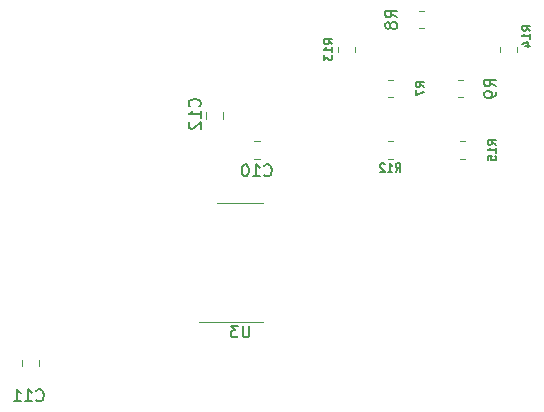
<source format=gbr>
%TF.GenerationSoftware,KiCad,Pcbnew,(6.0.4)*%
%TF.CreationDate,2022-03-31T21:50:03-03:00*%
%TF.ProjectId,vgm-teensy,76676d2d-7465-4656-9e73-792e6b696361,rev?*%
%TF.SameCoordinates,Original*%
%TF.FileFunction,Legend,Bot*%
%TF.FilePolarity,Positive*%
%FSLAX46Y46*%
G04 Gerber Fmt 4.6, Leading zero omitted, Abs format (unit mm)*
G04 Created by KiCad (PCBNEW (6.0.4)) date 2022-03-31 21:50:03*
%MOMM*%
%LPD*%
G01*
G04 APERTURE LIST*
%ADD10C,0.150000*%
%ADD11C,0.120000*%
G04 APERTURE END LIST*
D10*
%TO.C,C11*%
X115831857Y-128627142D02*
X115879476Y-128674761D01*
X116022333Y-128722380D01*
X116117571Y-128722380D01*
X116260428Y-128674761D01*
X116355666Y-128579523D01*
X116403285Y-128484285D01*
X116450904Y-128293809D01*
X116450904Y-128150952D01*
X116403285Y-127960476D01*
X116355666Y-127865238D01*
X116260428Y-127770000D01*
X116117571Y-127722380D01*
X116022333Y-127722380D01*
X115879476Y-127770000D01*
X115831857Y-127817619D01*
X114879476Y-128722380D02*
X115450904Y-128722380D01*
X115165190Y-128722380D02*
X115165190Y-127722380D01*
X115260428Y-127865238D01*
X115355666Y-127960476D01*
X115450904Y-128008095D01*
X113927095Y-128722380D02*
X114498523Y-128722380D01*
X114212809Y-128722380D02*
X114212809Y-127722380D01*
X114308047Y-127865238D01*
X114403285Y-127960476D01*
X114498523Y-128008095D01*
%TO.C,C10*%
X135135857Y-109577142D02*
X135183476Y-109624761D01*
X135326333Y-109672380D01*
X135421571Y-109672380D01*
X135564428Y-109624761D01*
X135659666Y-109529523D01*
X135707285Y-109434285D01*
X135754904Y-109243809D01*
X135754904Y-109100952D01*
X135707285Y-108910476D01*
X135659666Y-108815238D01*
X135564428Y-108720000D01*
X135421571Y-108672380D01*
X135326333Y-108672380D01*
X135183476Y-108720000D01*
X135135857Y-108767619D01*
X134183476Y-109672380D02*
X134754904Y-109672380D01*
X134469190Y-109672380D02*
X134469190Y-108672380D01*
X134564428Y-108815238D01*
X134659666Y-108910476D01*
X134754904Y-108958095D01*
X133564428Y-108672380D02*
X133469190Y-108672380D01*
X133373952Y-108720000D01*
X133326333Y-108767619D01*
X133278714Y-108862857D01*
X133231095Y-109053333D01*
X133231095Y-109291428D01*
X133278714Y-109481904D01*
X133326333Y-109577142D01*
X133373952Y-109624761D01*
X133469190Y-109672380D01*
X133564428Y-109672380D01*
X133659666Y-109624761D01*
X133707285Y-109577142D01*
X133754904Y-109481904D01*
X133802523Y-109291428D01*
X133802523Y-109053333D01*
X133754904Y-108862857D01*
X133707285Y-108767619D01*
X133659666Y-108720000D01*
X133564428Y-108672380D01*
%TO.C,R9*%
X154757380Y-102068333D02*
X154281190Y-101735000D01*
X154757380Y-101496904D02*
X153757380Y-101496904D01*
X153757380Y-101877857D01*
X153805000Y-101973095D01*
X153852619Y-102020714D01*
X153947857Y-102068333D01*
X154090714Y-102068333D01*
X154185952Y-102020714D01*
X154233571Y-101973095D01*
X154281190Y-101877857D01*
X154281190Y-101496904D01*
X154757380Y-102544523D02*
X154757380Y-102735000D01*
X154709761Y-102830238D01*
X154662142Y-102877857D01*
X154519285Y-102973095D01*
X154328809Y-103020714D01*
X153947857Y-103020714D01*
X153852619Y-102973095D01*
X153805000Y-102925476D01*
X153757380Y-102830238D01*
X153757380Y-102639761D01*
X153805000Y-102544523D01*
X153852619Y-102496904D01*
X153947857Y-102449285D01*
X154185952Y-102449285D01*
X154281190Y-102496904D01*
X154328809Y-102544523D01*
X154376428Y-102639761D01*
X154376428Y-102830238D01*
X154328809Y-102925476D01*
X154281190Y-102973095D01*
X154185952Y-103020714D01*
%TO.C,C12*%
X129643142Y-103751142D02*
X129690761Y-103703523D01*
X129738380Y-103560666D01*
X129738380Y-103465428D01*
X129690761Y-103322571D01*
X129595523Y-103227333D01*
X129500285Y-103179714D01*
X129309809Y-103132095D01*
X129166952Y-103132095D01*
X128976476Y-103179714D01*
X128881238Y-103227333D01*
X128786000Y-103322571D01*
X128738380Y-103465428D01*
X128738380Y-103560666D01*
X128786000Y-103703523D01*
X128833619Y-103751142D01*
X129738380Y-104703523D02*
X129738380Y-104132095D01*
X129738380Y-104417809D02*
X128738380Y-104417809D01*
X128881238Y-104322571D01*
X128976476Y-104227333D01*
X129024095Y-104132095D01*
X128833619Y-105084476D02*
X128786000Y-105132095D01*
X128738380Y-105227333D01*
X128738380Y-105465428D01*
X128786000Y-105560666D01*
X128833619Y-105608285D01*
X128928857Y-105655904D01*
X129024095Y-105655904D01*
X129166952Y-105608285D01*
X129738380Y-105036857D01*
X129738380Y-105655904D01*
%TO.C,R15*%
X154748666Y-106992000D02*
X154415333Y-106758666D01*
X154748666Y-106592000D02*
X154048666Y-106592000D01*
X154048666Y-106858666D01*
X154082000Y-106925333D01*
X154115333Y-106958666D01*
X154182000Y-106992000D01*
X154282000Y-106992000D01*
X154348666Y-106958666D01*
X154382000Y-106925333D01*
X154415333Y-106858666D01*
X154415333Y-106592000D01*
X154748666Y-107658666D02*
X154748666Y-107258666D01*
X154748666Y-107458666D02*
X154048666Y-107458666D01*
X154148666Y-107392000D01*
X154215333Y-107325333D01*
X154248666Y-107258666D01*
X154048666Y-108292000D02*
X154048666Y-107958666D01*
X154382000Y-107925333D01*
X154348666Y-107958666D01*
X154315333Y-108025333D01*
X154315333Y-108192000D01*
X154348666Y-108258666D01*
X154382000Y-108292000D01*
X154448666Y-108325333D01*
X154615333Y-108325333D01*
X154682000Y-108292000D01*
X154715333Y-108258666D01*
X154748666Y-108192000D01*
X154748666Y-108025333D01*
X154715333Y-107958666D01*
X154682000Y-107925333D01*
%TO.C,R8*%
X146375380Y-96226333D02*
X145899190Y-95893000D01*
X146375380Y-95654904D02*
X145375380Y-95654904D01*
X145375380Y-96035857D01*
X145423000Y-96131095D01*
X145470619Y-96178714D01*
X145565857Y-96226333D01*
X145708714Y-96226333D01*
X145803952Y-96178714D01*
X145851571Y-96131095D01*
X145899190Y-96035857D01*
X145899190Y-95654904D01*
X145803952Y-96797761D02*
X145756333Y-96702523D01*
X145708714Y-96654904D01*
X145613476Y-96607285D01*
X145565857Y-96607285D01*
X145470619Y-96654904D01*
X145423000Y-96702523D01*
X145375380Y-96797761D01*
X145375380Y-96988238D01*
X145423000Y-97083476D01*
X145470619Y-97131095D01*
X145565857Y-97178714D01*
X145613476Y-97178714D01*
X145708714Y-97131095D01*
X145756333Y-97083476D01*
X145803952Y-96988238D01*
X145803952Y-96797761D01*
X145851571Y-96702523D01*
X145899190Y-96654904D01*
X145994428Y-96607285D01*
X146184904Y-96607285D01*
X146280142Y-96654904D01*
X146327761Y-96702523D01*
X146375380Y-96797761D01*
X146375380Y-96988238D01*
X146327761Y-97083476D01*
X146280142Y-97131095D01*
X146184904Y-97178714D01*
X145994428Y-97178714D01*
X145899190Y-97131095D01*
X145851571Y-97083476D01*
X145803952Y-96988238D01*
%TO.C,R13*%
X140905666Y-98483000D02*
X140572333Y-98249666D01*
X140905666Y-98083000D02*
X140205666Y-98083000D01*
X140205666Y-98349666D01*
X140239000Y-98416333D01*
X140272333Y-98449666D01*
X140339000Y-98483000D01*
X140439000Y-98483000D01*
X140505666Y-98449666D01*
X140539000Y-98416333D01*
X140572333Y-98349666D01*
X140572333Y-98083000D01*
X140905666Y-99149666D02*
X140905666Y-98749666D01*
X140905666Y-98949666D02*
X140205666Y-98949666D01*
X140305666Y-98883000D01*
X140372333Y-98816333D01*
X140405666Y-98749666D01*
X140205666Y-99383000D02*
X140205666Y-99816333D01*
X140472333Y-99583000D01*
X140472333Y-99683000D01*
X140505666Y-99749666D01*
X140539000Y-99783000D01*
X140605666Y-99816333D01*
X140772333Y-99816333D01*
X140839000Y-99783000D01*
X140872333Y-99749666D01*
X140905666Y-99683000D01*
X140905666Y-99483000D01*
X140872333Y-99416333D01*
X140839000Y-99383000D01*
%TO.C,R12*%
X146246000Y-109282666D02*
X146479333Y-108949333D01*
X146646000Y-109282666D02*
X146646000Y-108582666D01*
X146379333Y-108582666D01*
X146312666Y-108616000D01*
X146279333Y-108649333D01*
X146246000Y-108716000D01*
X146246000Y-108816000D01*
X146279333Y-108882666D01*
X146312666Y-108916000D01*
X146379333Y-108949333D01*
X146646000Y-108949333D01*
X145579333Y-109282666D02*
X145979333Y-109282666D01*
X145779333Y-109282666D02*
X145779333Y-108582666D01*
X145846000Y-108682666D01*
X145912666Y-108749333D01*
X145979333Y-108782666D01*
X145312666Y-108649333D02*
X145279333Y-108616000D01*
X145212666Y-108582666D01*
X145046000Y-108582666D01*
X144979333Y-108616000D01*
X144946000Y-108649333D01*
X144912666Y-108716000D01*
X144912666Y-108782666D01*
X144946000Y-108882666D01*
X145346000Y-109282666D01*
X144912666Y-109282666D01*
%TO.C,U3*%
X133857904Y-122319380D02*
X133857904Y-123128904D01*
X133810285Y-123224142D01*
X133762666Y-123271761D01*
X133667428Y-123319380D01*
X133476952Y-123319380D01*
X133381714Y-123271761D01*
X133334095Y-123224142D01*
X133286476Y-123128904D01*
X133286476Y-122319380D01*
X132905523Y-122319380D02*
X132286476Y-122319380D01*
X132619809Y-122700333D01*
X132476952Y-122700333D01*
X132381714Y-122747952D01*
X132334095Y-122795571D01*
X132286476Y-122890809D01*
X132286476Y-123128904D01*
X132334095Y-123224142D01*
X132381714Y-123271761D01*
X132476952Y-123319380D01*
X132762666Y-123319380D01*
X132857904Y-123271761D01*
X132905523Y-123224142D01*
%TO.C,R14*%
X157669666Y-97340000D02*
X157336333Y-97106666D01*
X157669666Y-96940000D02*
X156969666Y-96940000D01*
X156969666Y-97206666D01*
X157003000Y-97273333D01*
X157036333Y-97306666D01*
X157103000Y-97340000D01*
X157203000Y-97340000D01*
X157269666Y-97306666D01*
X157303000Y-97273333D01*
X157336333Y-97206666D01*
X157336333Y-96940000D01*
X157669666Y-98006666D02*
X157669666Y-97606666D01*
X157669666Y-97806666D02*
X156969666Y-97806666D01*
X157069666Y-97740000D01*
X157136333Y-97673333D01*
X157169666Y-97606666D01*
X157203000Y-98606666D02*
X157669666Y-98606666D01*
X156936333Y-98440000D02*
X157436333Y-98273333D01*
X157436333Y-98706666D01*
%TO.C,R7*%
X148652666Y-102118333D02*
X148319333Y-101885000D01*
X148652666Y-101718333D02*
X147952666Y-101718333D01*
X147952666Y-101985000D01*
X147986000Y-102051666D01*
X148019333Y-102085000D01*
X148086000Y-102118333D01*
X148186000Y-102118333D01*
X148252666Y-102085000D01*
X148286000Y-102051666D01*
X148319333Y-101985000D01*
X148319333Y-101718333D01*
X147952666Y-102351666D02*
X147952666Y-102818333D01*
X148652666Y-102518333D01*
D11*
%TO.C,C11*%
X114581000Y-125737252D02*
X114581000Y-125214748D01*
X116051000Y-125737252D02*
X116051000Y-125214748D01*
%TO.C,C10*%
X134231748Y-108177000D02*
X134754252Y-108177000D01*
X134231748Y-106707000D02*
X134754252Y-106707000D01*
%TO.C,R9*%
X151537936Y-102970000D02*
X151992064Y-102970000D01*
X151537936Y-101500000D02*
X151992064Y-101500000D01*
%TO.C,C12*%
X131672000Y-104782252D02*
X131672000Y-104259748D01*
X130202000Y-104782252D02*
X130202000Y-104259748D01*
%TO.C,R15*%
X151664936Y-106707000D02*
X152119064Y-106707000D01*
X151664936Y-108177000D02*
X152119064Y-108177000D01*
%TO.C,R8*%
X148690064Y-95658000D02*
X148235936Y-95658000D01*
X148690064Y-97128000D02*
X148235936Y-97128000D01*
%TO.C,R13*%
X142848000Y-98705936D02*
X142848000Y-99160064D01*
X141378000Y-98705936D02*
X141378000Y-99160064D01*
%TO.C,R12*%
X146023064Y-108177000D02*
X145568936Y-108177000D01*
X146023064Y-106707000D02*
X145568936Y-106707000D01*
%TO.C,U3*%
X133096000Y-122027000D02*
X129596000Y-122027000D01*
X133096000Y-122027000D02*
X135046000Y-122027000D01*
X133096000Y-111907000D02*
X131146000Y-111907000D01*
X133096000Y-111907000D02*
X135046000Y-111907000D01*
%TO.C,R14*%
X155094000Y-98705936D02*
X155094000Y-99160064D01*
X156564000Y-98705936D02*
X156564000Y-99160064D01*
%TO.C,R7*%
X145568936Y-102970000D02*
X146023064Y-102970000D01*
X145568936Y-101500000D02*
X146023064Y-101500000D01*
%TD*%
M02*

</source>
